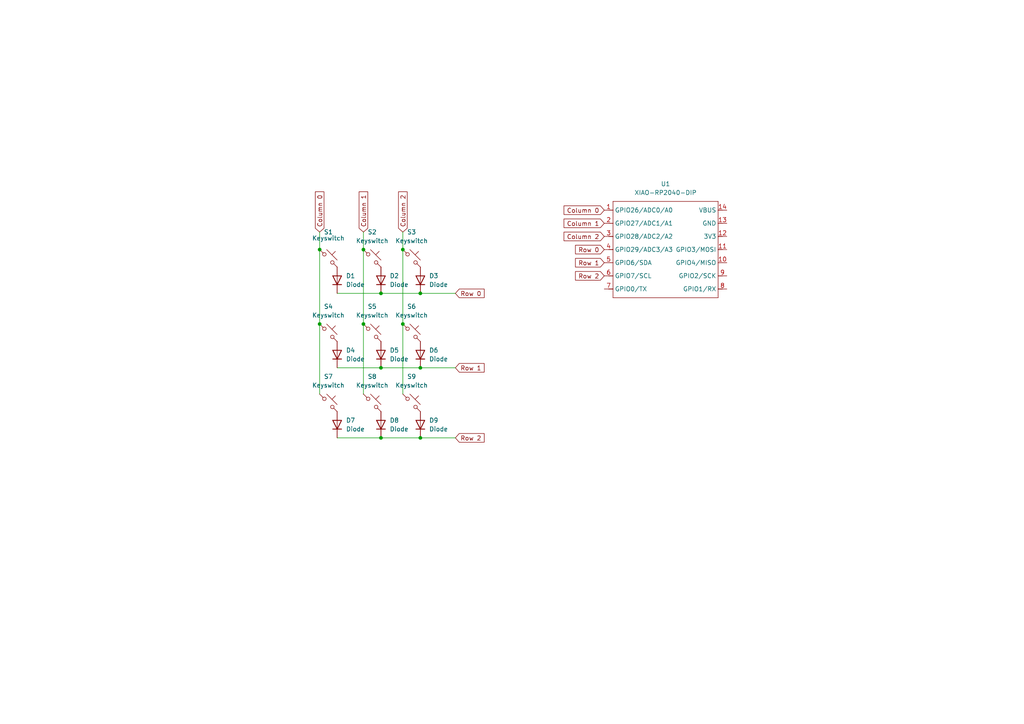
<source format=kicad_sch>
(kicad_sch (version 20250114) (generator "eeschema") (generator_version "9.0")
  (paper "A4")
  (lib_symbols
    (symbol "OPL:XIAO-RP2040-DIP"
      (property "Reference" "U" (at 0 0 0))
      (property "Value" "XIAO-RP2040-DIP" (at 5.334 -1.778 0))
      (symbol "XIAO-RP2040-DIP_1_0"
        (polyline (pts (xy -1.27 -2.54) (xy 29.21 -2.54)) (stroke (width 0.1524)))
        (polyline (pts (xy -1.27 -5.08) (xy -2.54 -5.08)) (stroke (width 0.1524)))
        (polyline (pts (xy -1.27 -5.08) (xy -1.27 -2.54)) (stroke (width 0.1524)))
        (polyline (pts (xy -1.27 -8.89) (xy -2.54 -8.89)) (stroke (width 0.1524)))
        (polyline (pts (xy -1.27 -8.89) (xy -1.27 -5.08)) (stroke (width 0.1524)))
        (polyline (pts (xy -1.27 -12.7) (xy -2.54 -12.7)) (stroke (width 0.1524)))
        (polyline (pts (xy -1.27 -12.7) (xy -1.27 -8.89)) (stroke (width 0.1524)))
        (polyline (pts (xy -1.27 -16.51) (xy -2.54 -16.51)) (stroke (width 0.1524)))
        (polyline (pts (xy -1.27 -16.51) (xy -1.27 -12.7)) (stroke (width 0.1524)))
        (polyline (pts (xy -1.27 -20.32) (xy -2.54 -20.32)) (stroke (width 0.1524)))
        (polyline (pts (xy -1.27 -24.13) (xy -2.54 -24.13)) (stroke (width 0.1524)))
        (polyline (pts (xy -1.27 -27.94) (xy -2.54 -27.94)) (stroke (width 0.1524)))
        (polyline (pts (xy -1.27 -30.48) (xy -1.27 -16.51)) (stroke (width 0.1524)))
        (polyline (pts (xy 29.21 -2.54) (xy 29.21 -5.08)) (stroke (width 0.1524)))
        (polyline (pts (xy 29.21 -5.08) (xy 29.21 -8.89)) (stroke (width 0.1524)))
        (polyline (pts (xy 29.21 -8.89) (xy 29.21 -12.7)) (stroke (width 0.1524)))
        (polyline (pts (xy 29.21 -12.7) (xy 29.21 -30.48)) (stroke (width 0.1524)))
        (polyline (pts (xy 29.21 -30.48) (xy -1.27 -30.48)) (stroke (width 0.1524)))
        (polyline (pts (xy 30.48 -5.08) (xy 29.21 -5.08)) (stroke (width 0.1524)))
        (polyline (pts (xy 30.48 -8.89) (xy 29.21 -8.89)) (stroke (width 0.1524)))
        (polyline (pts (xy 30.48 -12.7) (xy 29.21 -12.7)) (stroke (width 0.1524)))
        (polyline (pts (xy 30.48 -16.51) (xy 29.21 -16.51)) (stroke (width 0.1524)))
        (polyline (pts (xy 30.48 -20.32) (xy 29.21 -20.32)) (stroke (width 0.1524)))
        (polyline (pts (xy 30.48 -24.13) (xy 29.21 -24.13)) (stroke (width 0.1524)))
        (polyline (pts (xy 30.48 -27.94) (xy 29.21 -27.94)) (stroke (width 0.1524)))
        (pin passive line (at -3.81 -5.08 0) (length 2.54) (name "GPIO26/ADC0/A0") (number "1"))
        (pin passive line (at -3.81 -8.89 0) (length 2.54) (name "GPIO27/ADC1/A1") (number "2"))
        (pin passive line (at -3.81 -12.7 0) (length 2.54) (name "GPIO28/ADC2/A2") (number "3"))
        (pin passive line (at -3.81 -16.51 0) (length 2.54) (name "GPIO29/ADC3/A3") (number "4"))
        (pin passive line (at -3.81 -20.32 0) (length 2.54) (name "GPIO6/SDA") (number "5"))
        (pin passive line (at -3.81 -24.13 0) (length 2.54) (name "GPIO7/SCL") (number "6"))
        (pin passive line (at -3.81 -27.94 0) (length 2.54) (name "GPIO0/TX") (number "7"))
        (pin passive line (at 31.75 -5.08 180) (length 2.54) (name "VBUS") (number "14"))
        (pin passive line (at 31.75 -8.89 180) (length 2.54) (name "GND") (number "13"))
        (pin passive line (at 31.75 -12.7 180) (length 2.54) (name "3V3") (number "12"))
        (pin passive line (at 31.75 -16.51 180) (length 2.54) (name "GPIO3/MOSI") (number "11"))
        (pin passive line (at 31.75 -20.32 180) (length 2.54) (name "GPIO4/MISO") (number "10"))
        (pin passive line (at 31.75 -24.13 180) (length 2.54) (name "GPIO2/SCK") (number "9"))
        (pin passive line (at 31.75 -27.94 180) (length 2.54) (name "GPIO1/RX") (number "8"))
      )
    )
    (symbol "ScottoKeebs:Placeholder_Diode" (pin_numbers (hide yes)) (pin_names (hide yes))
      (property "Reference" "D" (at 0 2.54 0))
      (property "Value" "Diode" (at 0 -2.54 0))
      (symbol "Placeholder_Diode_0_1"
        (polyline (pts (xy -1.27 1.27) (xy -1.27 -1.27)) (stroke (width 0.254)))
        (polyline (pts (xy 1.27 1.27) (xy 1.27 -1.27) (xy -1.27 0) (xy 1.27 1.27)) (stroke (width 0.254)))
        (polyline (pts (xy 1.27 0) (xy -1.27 0)))
      )
      (symbol "Placeholder_Diode_1_1"
        (pin passive line (at -3.81 0 0) (length 2.54) (name "K") (number "1"))
        (pin passive line (at 3.81 0 180) (length 2.54) (name "A") (number "2"))
      )
    )
    (symbol "ScottoKeebs:Placeholder_Keyswitch" (pin_numbers (hide yes)) (pin_names (offset 1.016) (hide yes))
      (property "Reference" "S" (at 3.048 1.016 0))
      (property "Value" "Keyswitch" (at 0 -3.81 0))
      (symbol "Placeholder_Keyswitch_0_1"
        (polyline (pts (xy -2.54 2.54) (xy -1.524 1.524) (xy -1.524 1.524)))
        (circle (center -1.1684 1.1684) (radius 0.508))
        (polyline (pts (xy -0.508 2.54) (xy 2.54 -0.508)))
        (polyline (pts (xy 1.016 1.016) (xy 2.032 2.032)))
        (circle (center 1.143 -1.1938) (radius 0.508))
        (polyline (pts (xy 1.524 -1.524) (xy 2.54 -2.54) (xy 2.54 -2.54) (xy 2.54 -2.54)))
        (pin passive line (at -2.54 2.54 0) (length 0) (name "1") (number "1"))
        (pin passive line (at 2.54 -2.54 180) (length 0) (name "2") (number "2"))
      )
    )
  )
  (junction (at 121.92 85.09))
  (junction (at 121.92 106.68))
  (junction (at 105.41 93.98))
  (junction (at 110.49 127))
  (junction (at 110.49 106.68))
  (junction (at 92.71 93.98))
  (junction (at 116.84 72.39))
  (junction (at 110.49 85.09))
  (junction (at 92.71 72.39))
  (junction (at 105.41 72.39))
  (junction (at 116.84 93.98))
  (junction (at 121.92 127))
  (wire (pts (xy 97.79 85.09) (xy 110.49 85.09)))
  (wire (pts (xy 92.71 93.98) (xy 92.71 114.3)))
  (wire (pts (xy 92.71 67.31) (xy 92.71 72.39)))
  (wire (pts (xy 116.84 72.39) (xy 116.84 93.98)))
  (wire (pts (xy 105.41 72.39) (xy 105.41 93.98)))
  (wire (pts (xy 97.79 127) (xy 110.49 127)))
  (wire (pts (xy 97.79 106.68) (xy 110.49 106.68)))
  (wire (pts (xy 105.41 93.98) (xy 105.41 114.3)))
  (wire (pts (xy 110.49 106.68) (xy 121.92 106.68)))
  (wire (pts (xy 110.49 127) (xy 121.92 127)))
  (wire (pts (xy 116.84 93.98) (xy 116.84 114.3)))
  (wire (pts (xy 132.08 106.68) (xy 121.92 106.68)))
  (wire (pts (xy 132.08 127) (xy 121.92 127)))
  (wire (pts (xy 110.49 85.09) (xy 121.92 85.09)))
  (wire (pts (xy 92.71 72.39) (xy 92.71 93.98)))
  (wire (pts (xy 105.41 67.31) (xy 105.41 72.39)))
  (wire (pts (xy 116.84 67.31) (xy 116.84 72.39)))
  (wire (pts (xy 132.08 85.09) (xy 121.92 85.09)))
  (global_label "Row 1" (shape input) (at 175.26 76.2 180) (property "Intersheetrefs" "${INTERSHEET_REFS}" (effects (hide yes))))
  (global_label "Column 0" (shape input) (at 92.71 67.31 90) (property "Intersheetrefs" "${INTERSHEET_REFS}" (effects (hide yes))))
  (global_label "Row 0" (shape input) (at 175.26 72.39 180) (property "Intersheetrefs" "${INTERSHEET_REFS}" (effects (hide yes))))
  (global_label "Row 0" (shape input) (at 132.08 85.09 0) (property "Intersheetrefs" "${INTERSHEET_REFS}" (effects (hide yes))))
  (global_label "Column 0" (shape input) (at 175.26 60.96 180) (property "Intersheetrefs" "${INTERSHEET_REFS}" (effects (hide yes))))
  (global_label "Row 2" (shape input) (at 175.26 80.01 180) (property "Intersheetrefs" "${INTERSHEET_REFS}" (effects (hide yes))))
  (global_label "Column 1" (shape input) (at 105.41 67.31 90) (property "Intersheetrefs" "${INTERSHEET_REFS}" (effects (hide yes))))
  (global_label "Row 1" (shape input) (at 132.08 106.68 0) (property "Intersheetrefs" "${INTERSHEET_REFS}" (effects (hide yes))))
  (global_label "Column 1" (shape input) (at 175.26 64.77 180) (property "Intersheetrefs" "${INTERSHEET_REFS}" (effects (hide yes))))
  (global_label "Column 2" (shape input) (at 175.26 68.58 180) (property "Intersheetrefs" "${INTERSHEET_REFS}" (effects (hide yes))))
  (global_label "Row 2" (shape input) (at 132.08 127 0) (property "Intersheetrefs" "${INTERSHEET_REFS}" (effects (hide yes))))
  (global_label "Column 2" (shape input) (at 116.84 67.31 90) (property "Intersheetrefs" "${INTERSHEET_REFS}" (effects (hide yes))))
  (symbol (lib_id "ScottoKeebs:Placeholder_Keyswitch") (at 119.38 96.52 0) (unit 1)
    (property "Reference" "S6" (at 119.38 88.9 0))
    (property "Value" "Keyswitch" (at 119.38 91.44 0))
    (property "Footprint" "ScottoKeebs_MX:MX_PCB_1.00u" (effects (hide yes)))
    (property "Description" "Push button switch, normally open, two pins, 45° tilted" (effects (hide yes)))
  )
  (symbol (lib_id "ScottoKeebs:Placeholder_Keyswitch") (at 107.95 74.93 0) (unit 1)
    (property "Reference" "S2" (at 107.95 67.31 0))
    (property "Value" "Keyswitch" (at 107.95 69.85 0))
    (property "Footprint" "ScottoKeebs_MX:MX_PCB_1.00u" (effects (hide yes)))
    (property "Description" "Push button switch, normally open, two pins, 45° tilted" (effects (hide yes)))
  )
  (symbol (lib_id "ScottoKeebs:Placeholder_Keyswitch") (at 119.38 116.84 0) (unit 1)
    (property "Reference" "S9" (at 119.38 109.22 0))
    (property "Value" "Keyswitch" (at 119.38 111.76 0))
    (property "Footprint" "ScottoKeebs_MX:MX_PCB_1.00u" (effects (hide yes)))
    (property "Description" "Push button switch, normally open, two pins, 45° tilted" (effects (hide yes)))
  )
  (symbol (lib_id "ScottoKeebs:Placeholder_Diode") (at 121.92 102.87 90) (unit 1)
    (property "Reference" "D6" (at 124.46 101.5999 90) (effects (justify right)))
    (property "Value" "Diode" (at 124.46 104.1399 90) (effects (justify right)))
    (property "Footprint" "ScottoKeebs_Components:Diode_DO-35" (effects (hide yes)))
    (property "Description" "1N4148 (DO-35) or 1N4148W (SOD-123)" (effects (hide yes)))
    (property "Sim.Device" "D" (effects (hide yes)))
    (property "Sim.Pins" "1=K 2=A" (effects (hide yes)))
  )
  (symbol (lib_id "ScottoKeebs:Placeholder_Diode") (at 97.79 102.87 90) (unit 1)
    (property "Reference" "D4" (at 100.33 101.5999 90) (effects (justify right)))
    (property "Value" "Diode" (at 100.33 104.1399 90) (effects (justify right)))
    (property "Footprint" "ScottoKeebs_Components:Diode_DO-35" (effects (hide yes)))
    (property "Description" "1N4148 (DO-35) or 1N4148W (SOD-123)" (effects (hide yes)))
    (property "Sim.Device" "D" (effects (hide yes)))
    (property "Sim.Pins" "1=K 2=A" (effects (hide yes)))
  )
  (symbol (lib_id "ScottoKeebs:Placeholder_Diode") (at 97.79 123.19 90) (unit 1)
    (property "Reference" "D7" (at 100.33 121.9199 90) (effects (justify right)))
    (property "Value" "Diode" (at 100.33 124.4599 90) (effects (justify right)))
    (property "Footprint" "ScottoKeebs_Components:Diode_DO-35" (effects (hide yes)))
    (property "Description" "1N4148 (DO-35) or 1N4148W (SOD-123)" (effects (hide yes)))
    (property "Sim.Device" "D" (effects (hide yes)))
    (property "Sim.Pins" "1=K 2=A" (effects (hide yes)))
  )
  (symbol (lib_id "ScottoKeebs:Placeholder_Keyswitch") (at 107.95 116.84 0) (unit 1)
    (property "Reference" "S8" (at 107.95 109.22 0))
    (property "Value" "Keyswitch" (at 107.95 111.76 0))
    (property "Footprint" "ScottoKeebs_MX:MX_PCB_1.00u" (effects (hide yes)))
    (property "Description" "Push button switch, normally open, two pins, 45° tilted" (effects (hide yes)))
  )
  (symbol (lib_id "ScottoKeebs:Placeholder_Diode") (at 110.49 81.28 90) (unit 1)
    (property "Reference" "D2" (at 113.03 80.0099 90) (effects (justify right)))
    (property "Value" "Diode" (at 113.03 82.5499 90) (effects (justify right)))
    (property "Footprint" "ScottoKeebs_Components:Diode_DO-35" (effects (hide yes)))
    (property "Description" "1N4148 (DO-35) or 1N4148W (SOD-123)" (effects (hide yes)))
    (property "Sim.Device" "D" (effects (hide yes)))
    (property "Sim.Pins" "1=K 2=A" (effects (hide yes)))
  )
  (symbol (lib_id "ScottoKeebs:Placeholder_Keyswitch") (at 119.38 74.93 0) (unit 1)
    (property "Reference" "S3" (at 119.38 67.31 0))
    (property "Value" "Keyswitch" (at 119.38 69.85 0))
    (property "Footprint" "ScottoKeebs_MX:MX_PCB_1.00u" (effects (hide yes)))
    (property "Description" "Push button switch, normally open, two pins, 45° tilted" (effects (hide yes)))
  )
  (symbol (lib_id "ScottoKeebs:Placeholder_Diode") (at 110.49 123.19 90) (unit 1)
    (property "Reference" "D8" (at 113.03 121.9199 90) (effects (justify right)))
    (property "Value" "Diode" (at 113.03 124.4599 90) (effects (justify right)))
    (property "Footprint" "ScottoKeebs_Components:Diode_DO-35" (effects (hide yes)))
    (property "Description" "1N4148 (DO-35) or 1N4148W (SOD-123)" (effects (hide yes)))
    (property "Sim.Device" "D" (effects (hide yes)))
    (property "Sim.Pins" "1=K 2=A" (effects (hide yes)))
  )
  (symbol (lib_id "ScottoKeebs:Placeholder_Diode") (at 121.92 123.19 90) (unit 1)
    (property "Reference" "D9" (at 124.46 121.9199 90) (effects (justify right)))
    (property "Value" "Diode" (at 124.46 124.4599 90) (effects (justify right)))
    (property "Footprint" "ScottoKeebs_Components:Diode_DO-35" (effects (hide yes)))
    (property "Description" "1N4148 (DO-35) or 1N4148W (SOD-123)" (effects (hide yes)))
    (property "Sim.Device" "D" (effects (hide yes)))
    (property "Sim.Pins" "1=K 2=A" (effects (hide yes)))
  )
  (symbol (lib_id "ScottoKeebs:Placeholder_Diode") (at 110.49 102.87 90) (unit 1)
    (property "Reference" "D5" (at 113.03 101.5999 90) (effects (justify right)))
    (property "Value" "Diode" (at 113.03 104.1399 90) (effects (justify right)))
    (property "Footprint" "ScottoKeebs_Components:Diode_DO-35" (effects (hide yes)))
    (property "Description" "1N4148 (DO-35) or 1N4148W (SOD-123)" (effects (hide yes)))
    (property "Sim.Device" "D" (effects (hide yes)))
    (property "Sim.Pins" "1=K 2=A" (effects (hide yes)))
  )
  (symbol (lib_id "ScottoKeebs:Placeholder_Keyswitch") (at 95.25 96.52 0) (unit 1)
    (property "Reference" "S4" (at 95.25 88.9 0))
    (property "Value" "Keyswitch" (at 95.25 91.44 0))
    (property "Footprint" "ScottoKeebs_MX:MX_PCB_1.00u" (effects (hide yes)))
    (property "Description" "Push button switch, normally open, two pins, 45° tilted" (effects (hide yes)))
  )
  (symbol (lib_id "OPL:XIAO-RP2040-DIP") (at 179.07 55.88 0) (unit 1)
    (property "Reference" "U1" (at 193.04 53.34 0))
    (property "Value" "XIAO-RP2040-DIP" (at 193.04 55.88 0))
    (property "Footprint" "OPL:XIAO-RP2040-DIP" (effects (hide yes)))
  )
  (symbol (lib_id "ScottoKeebs:Placeholder_Keyswitch") (at 95.25 74.93 0) (unit 1)
    (property "Reference" "S1" (at 95.25 67.31 0))
    (property "Value" "Keyswitch" (at 95.25 69.088 0))
    (property "Footprint" "ScottoKeebs_MX:MX_PCB_1.00u" (effects (hide yes)))
    (property "Description" "Push button switch, normally open, two pins, 45° tilted" (effects (hide yes)))
  )
  (symbol (lib_id "ScottoKeebs:Placeholder_Diode") (at 121.92 81.28 90) (unit 1)
    (property "Reference" "D3" (at 124.46 80.0099 90) (effects (justify right)))
    (property "Value" "Diode" (at 124.46 82.5499 90) (effects (justify right)))
    (property "Footprint" "ScottoKeebs_Components:Diode_DO-35" (effects (hide yes)))
    (property "Description" "1N4148 (DO-35) or 1N4148W (SOD-123)" (effects (hide yes)))
    (property "Sim.Device" "D" (effects (hide yes)))
    (property "Sim.Pins" "1=K 2=A" (effects (hide yes)))
  )
  (symbol (lib_id "ScottoKeebs:Placeholder_Keyswitch") (at 107.95 96.52 0) (unit 1)
    (property "Reference" "S5" (at 107.95 88.9 0))
    (property "Value" "Keyswitch" (at 107.95 91.44 0))
    (property "Footprint" "ScottoKeebs_MX:MX_PCB_1.00u" (effects (hide yes)))
    (property "Description" "Push button switch, normally open, two pins, 45° tilted" (effects (hide yes)))
  )
  (symbol (lib_id "ScottoKeebs:Placeholder_Diode") (at 97.79 81.28 90) (unit 1)
    (property "Reference" "D1" (at 100.33 80.0099 90) (effects (justify right)))
    (property "Value" "Diode" (at 100.33 82.5499 90) (effects (justify right)))
    (property "Footprint" "ScottoKeebs_Components:Diode_DO-35" (effects (hide yes)))
    (property "Description" "1N4148 (DO-35) or 1N4148W (SOD-123)" (effects (hide yes)))
    (property "Sim.Device" "D" (effects (hide yes)))
    (property "Sim.Pins" "1=K 2=A" (effects (hide yes)))
  )
  (symbol (lib_id "ScottoKeebs:Placeholder_Keyswitch") (at 95.25 116.84 0) (unit 1)
    (property "Reference" "S7" (at 95.25 109.22 0))
    (property "Value" "Keyswitch" (at 95.25 111.76 0))
    (property "Footprint" "ScottoKeebs_MX:MX_PCB_1.00u" (effects (hide yes)))
    (property "Description" "Push button switch, normally open, two pins, 45° tilted" (effects (hide yes)))
  )
)
</source>
